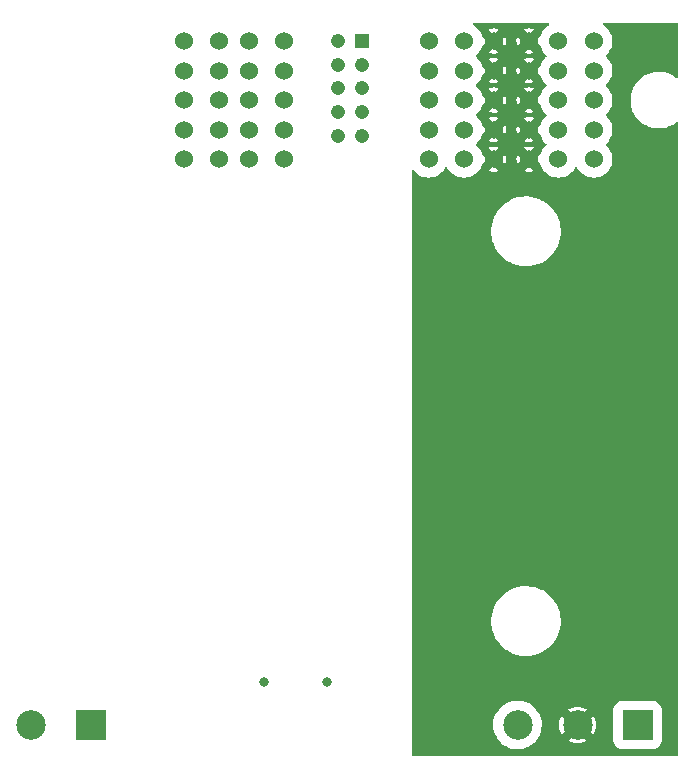
<source format=gbr>
%TF.GenerationSoftware,KiCad,Pcbnew,(6.0.1-0)*%
%TF.CreationDate,2023-01-20T10:08:16-08:00*%
%TF.ProjectId,ESC Daughterboard,45534320-4461-4756-9768-746572626f61,rev?*%
%TF.SameCoordinates,Original*%
%TF.FileFunction,Copper,L3,Inr*%
%TF.FilePolarity,Positive*%
%FSLAX46Y46*%
G04 Gerber Fmt 4.6, Leading zero omitted, Abs format (unit mm)*
G04 Created by KiCad (PCBNEW (6.0.1-0)) date 2023-01-20 10:08:16*
%MOMM*%
%LPD*%
G01*
G04 APERTURE LIST*
%TA.AperFunction,ComponentPad*%
%ADD10R,2.500000X2.500000*%
%TD*%
%TA.AperFunction,ComponentPad*%
%ADD11C,2.500000*%
%TD*%
%TA.AperFunction,ComponentPad*%
%ADD12R,1.208000X1.208000*%
%TD*%
%TA.AperFunction,ComponentPad*%
%ADD13C,1.208000*%
%TD*%
%TA.AperFunction,ComponentPad*%
%ADD14C,1.530000*%
%TD*%
%TA.AperFunction,ViaPad*%
%ADD15C,0.800000*%
%TD*%
G04 APERTURE END LIST*
D10*
%TO.N,/Phase_1*%
%TO.C,Phase 1*%
X167400000Y-119800000D03*
D11*
%TO.N,/Phase_2*%
X162320000Y-119800000D03*
%TO.N,/Phase_3*%
X157240000Y-119800000D03*
%TD*%
D12*
%TO.N,GND*%
%TO.C,J5*%
X144070000Y-61902500D03*
D13*
%TO.N,+5V*%
X142070000Y-61902500D03*
%TO.N,/CAH*%
X144070000Y-63902500D03*
%TO.N,/CAL*%
X142070000Y-63902500D03*
%TO.N,unconnected-(J5-Pad05)*%
X144070000Y-65902500D03*
%TO.N,unconnected-(J5-Pad06)*%
X142070000Y-65902500D03*
%TO.N,unconnected-(J5-Pad07)*%
X144070000Y-67902500D03*
%TO.N,unconnected-(J5-Pad08)*%
X142070000Y-67902500D03*
%TO.N,unconnected-(J5-Pad09)*%
X144070000Y-69902500D03*
%TO.N,unconnected-(J5-Pad10)*%
X142070000Y-69902500D03*
D14*
%TO.N,/Phase_1*%
X163710000Y-71892500D03*
X163710000Y-69392500D03*
X163710000Y-66892500D03*
X163710000Y-64392500D03*
X163710000Y-61892500D03*
X160710000Y-61892500D03*
X160710000Y-64392500D03*
X160710000Y-66892500D03*
X160710000Y-69392500D03*
X160710000Y-71892500D03*
%TO.N,/Phase_2*%
X158210000Y-71892500D03*
X158210000Y-69392500D03*
X158210000Y-66892500D03*
X158210000Y-64392500D03*
X158210000Y-61892500D03*
X155210000Y-61892500D03*
X155210000Y-64392500D03*
X155210000Y-66892500D03*
X155210000Y-69392500D03*
X155210000Y-71892500D03*
%TO.N,/Phase_3*%
X152710000Y-71892500D03*
X152710000Y-69392500D03*
X152710000Y-66892500D03*
X152710000Y-64392500D03*
X152710000Y-61892500D03*
X149710000Y-61892500D03*
X149710000Y-64392500D03*
X149710000Y-66892500D03*
X149710000Y-69392500D03*
X149710000Y-71892500D03*
%TO.N,GND*%
X137500000Y-71892500D03*
X137500000Y-69392500D03*
X137500000Y-66892500D03*
X137500000Y-64392500D03*
X137500000Y-61892500D03*
X134500000Y-61892500D03*
X134500000Y-64392500D03*
X134500000Y-66892500D03*
X134500000Y-69392500D03*
X134500000Y-71892500D03*
%TO.N,/16V*%
X132000000Y-71892500D03*
X132000000Y-69392500D03*
X132000000Y-66892500D03*
X132000000Y-64392500D03*
X132000000Y-61892500D03*
X129000000Y-61892500D03*
X129000000Y-64392500D03*
X129000000Y-66892500D03*
X129000000Y-69392500D03*
X129000000Y-71892500D03*
%TD*%
D10*
%TO.N,/16V*%
%TO.C,J2*%
X121165000Y-119820000D03*
D11*
%TO.N,GND*%
X116085000Y-119820000D03*
%TD*%
D15*
%TO.N,GND*%
X135780000Y-116190000D03*
%TO.N,+5V*%
X141150000Y-116190000D03*
%TD*%
%TA.AperFunction,Conductor*%
%TO.N,/Phase_2*%
G36*
X159905478Y-60388907D02*
G01*
X159941442Y-60438407D01*
X159941442Y-60499593D01*
X159905478Y-60549093D01*
X159899018Y-60553408D01*
X159786977Y-60622067D01*
X159599601Y-60782101D01*
X159597067Y-60785068D01*
X159495467Y-60904027D01*
X159439567Y-60969477D01*
X159310816Y-61179580D01*
X159216517Y-61407238D01*
X159215611Y-61411011D01*
X159215607Y-61411024D01*
X159208997Y-61438557D01*
X159182737Y-61485449D01*
X158786772Y-61881414D01*
X158780718Y-61893297D01*
X158781514Y-61898328D01*
X159182738Y-62299552D01*
X159208999Y-62346445D01*
X159216517Y-62377762D01*
X159310816Y-62605420D01*
X159439567Y-62815523D01*
X159599601Y-63002899D01*
X159602568Y-63005433D01*
X159674911Y-63067220D01*
X159706881Y-63119389D01*
X159702080Y-63180386D01*
X159674911Y-63217780D01*
X159599601Y-63282101D01*
X159597067Y-63285068D01*
X159495467Y-63404027D01*
X159439567Y-63469477D01*
X159310816Y-63679580D01*
X159216517Y-63907238D01*
X159215611Y-63911011D01*
X159215607Y-63911024D01*
X159208997Y-63938557D01*
X159182737Y-63985449D01*
X158786772Y-64381414D01*
X158780718Y-64393297D01*
X158781514Y-64398328D01*
X159182738Y-64799552D01*
X159208999Y-64846445D01*
X159216517Y-64877762D01*
X159310816Y-65105420D01*
X159439567Y-65315523D01*
X159599601Y-65502899D01*
X159602568Y-65505433D01*
X159674911Y-65567220D01*
X159706881Y-65619389D01*
X159702080Y-65680386D01*
X159674911Y-65717780D01*
X159599601Y-65782101D01*
X159597067Y-65785068D01*
X159495467Y-65904027D01*
X159439567Y-65969477D01*
X159310816Y-66179580D01*
X159216517Y-66407238D01*
X159215611Y-66411011D01*
X159215607Y-66411024D01*
X159208997Y-66438557D01*
X159182737Y-66485449D01*
X158786772Y-66881414D01*
X158780718Y-66893297D01*
X158781514Y-66898328D01*
X159182738Y-67299552D01*
X159208999Y-67346445D01*
X159216517Y-67377762D01*
X159310816Y-67605420D01*
X159439567Y-67815523D01*
X159599601Y-68002899D01*
X159602568Y-68005433D01*
X159674911Y-68067220D01*
X159706881Y-68119389D01*
X159702080Y-68180386D01*
X159674911Y-68217780D01*
X159644707Y-68243577D01*
X159599601Y-68282101D01*
X159597067Y-68285068D01*
X159495467Y-68404027D01*
X159439567Y-68469477D01*
X159310816Y-68679580D01*
X159216517Y-68907238D01*
X159215611Y-68911011D01*
X159215607Y-68911024D01*
X159208997Y-68938557D01*
X159182737Y-68985449D01*
X158786772Y-69381414D01*
X158780718Y-69393297D01*
X158781514Y-69398328D01*
X159182738Y-69799552D01*
X159208999Y-69846445D01*
X159216517Y-69877762D01*
X159310816Y-70105420D01*
X159439567Y-70315523D01*
X159599601Y-70502899D01*
X159602568Y-70505433D01*
X159674911Y-70567220D01*
X159706881Y-70619389D01*
X159702080Y-70680386D01*
X159674911Y-70717780D01*
X159599601Y-70782101D01*
X159597067Y-70785068D01*
X159495467Y-70904027D01*
X159439567Y-70969477D01*
X159310816Y-71179580D01*
X159216517Y-71407238D01*
X159215611Y-71411011D01*
X159215607Y-71411024D01*
X159208997Y-71438557D01*
X159182737Y-71485449D01*
X158786772Y-71881414D01*
X158780718Y-71893297D01*
X158781514Y-71898328D01*
X159182738Y-72299552D01*
X159208999Y-72346445D01*
X159216517Y-72377762D01*
X159310816Y-72605420D01*
X159439567Y-72815523D01*
X159599601Y-73002899D01*
X159786977Y-73162933D01*
X159997080Y-73291684D01*
X160224738Y-73385983D01*
X160228512Y-73386889D01*
X160228515Y-73386890D01*
X160460571Y-73442601D01*
X160464345Y-73443507D01*
X160468210Y-73443811D01*
X160468215Y-73443812D01*
X160706125Y-73462536D01*
X160710000Y-73462841D01*
X160713875Y-73462536D01*
X160951785Y-73443812D01*
X160951790Y-73443811D01*
X160955655Y-73443507D01*
X160959429Y-73442601D01*
X161191485Y-73386890D01*
X161191488Y-73386889D01*
X161195262Y-73385983D01*
X161422920Y-73291684D01*
X161633023Y-73162933D01*
X161820399Y-73002899D01*
X161980433Y-72815523D01*
X162109184Y-72605420D01*
X162118536Y-72582843D01*
X162158272Y-72536317D01*
X162217767Y-72522033D01*
X162274295Y-72545448D01*
X162301464Y-72582843D01*
X162310816Y-72605420D01*
X162439567Y-72815523D01*
X162599601Y-73002899D01*
X162786977Y-73162933D01*
X162997080Y-73291684D01*
X163224738Y-73385983D01*
X163228512Y-73386889D01*
X163228515Y-73386890D01*
X163460571Y-73442601D01*
X163464345Y-73443507D01*
X163468210Y-73443811D01*
X163468215Y-73443812D01*
X163706125Y-73462536D01*
X163710000Y-73462841D01*
X163713875Y-73462536D01*
X163951785Y-73443812D01*
X163951790Y-73443811D01*
X163955655Y-73443507D01*
X163959429Y-73442601D01*
X164191485Y-73386890D01*
X164191488Y-73386889D01*
X164195262Y-73385983D01*
X164422920Y-73291684D01*
X164633023Y-73162933D01*
X164820399Y-73002899D01*
X164980433Y-72815523D01*
X165109184Y-72605420D01*
X165203483Y-72377762D01*
X165222260Y-72299552D01*
X165260101Y-72141929D01*
X165260101Y-72141928D01*
X165261007Y-72138155D01*
X165280341Y-71892500D01*
X165278787Y-71872750D01*
X165261312Y-71650715D01*
X165261311Y-71650710D01*
X165261007Y-71646845D01*
X165221847Y-71483729D01*
X165204390Y-71411015D01*
X165204389Y-71411011D01*
X165203483Y-71407238D01*
X165109184Y-71179580D01*
X164980433Y-70969477D01*
X164924534Y-70904027D01*
X164822933Y-70785068D01*
X164820399Y-70782101D01*
X164745089Y-70717780D01*
X164713119Y-70665611D01*
X164717920Y-70604614D01*
X164745089Y-70567220D01*
X164817432Y-70505433D01*
X164820399Y-70502899D01*
X164980433Y-70315523D01*
X165109184Y-70105420D01*
X165203483Y-69877762D01*
X165222260Y-69799552D01*
X165260101Y-69641929D01*
X165260101Y-69641928D01*
X165261007Y-69638155D01*
X165280341Y-69392500D01*
X165271380Y-69278646D01*
X165261312Y-69150715D01*
X165261311Y-69150710D01*
X165261007Y-69146845D01*
X165221847Y-68983729D01*
X165204390Y-68911015D01*
X165204389Y-68911011D01*
X165203483Y-68907238D01*
X165109184Y-68679580D01*
X164980433Y-68469477D01*
X164924534Y-68404027D01*
X164822933Y-68285068D01*
X164820399Y-68282101D01*
X164775293Y-68243577D01*
X164745089Y-68217780D01*
X164713119Y-68165611D01*
X164717920Y-68104614D01*
X164745089Y-68067220D01*
X164817432Y-68005433D01*
X164820399Y-68002899D01*
X164980433Y-67815523D01*
X165109184Y-67605420D01*
X165203483Y-67377762D01*
X165222260Y-67299552D01*
X165260101Y-67141929D01*
X165260101Y-67141928D01*
X165261007Y-67138155D01*
X165263925Y-67101088D01*
X165280036Y-66896375D01*
X165280341Y-66892500D01*
X165272167Y-66788644D01*
X165261312Y-66650715D01*
X165261311Y-66650710D01*
X165261007Y-66646845D01*
X165221847Y-66483729D01*
X165204390Y-66411015D01*
X165204389Y-66411011D01*
X165203483Y-66407238D01*
X165109184Y-66179580D01*
X164980433Y-65969477D01*
X164924534Y-65904027D01*
X164822933Y-65785068D01*
X164820399Y-65782101D01*
X164745089Y-65717780D01*
X164713119Y-65665611D01*
X164717920Y-65604614D01*
X164745089Y-65567220D01*
X164817432Y-65505433D01*
X164820399Y-65502899D01*
X164980433Y-65315523D01*
X165109184Y-65105420D01*
X165203483Y-64877762D01*
X165222260Y-64799552D01*
X165260101Y-64641929D01*
X165260101Y-64641928D01*
X165261007Y-64638155D01*
X165262218Y-64622778D01*
X165280036Y-64396375D01*
X165280341Y-64392500D01*
X165278787Y-64372750D01*
X165261312Y-64150715D01*
X165261311Y-64150710D01*
X165261007Y-64146845D01*
X165221847Y-63983729D01*
X165204390Y-63911015D01*
X165204389Y-63911011D01*
X165203483Y-63907238D01*
X165109184Y-63679580D01*
X164980433Y-63469477D01*
X164924534Y-63404027D01*
X164822933Y-63285068D01*
X164820399Y-63282101D01*
X164745089Y-63217780D01*
X164713119Y-63165611D01*
X164717920Y-63104614D01*
X164745089Y-63067220D01*
X164817432Y-63005433D01*
X164820399Y-63002899D01*
X164980433Y-62815523D01*
X165109184Y-62605420D01*
X165203483Y-62377762D01*
X165222260Y-62299552D01*
X165260101Y-62141929D01*
X165260101Y-62141928D01*
X165261007Y-62138155D01*
X165280341Y-61892500D01*
X165278787Y-61872750D01*
X165261312Y-61650715D01*
X165261311Y-61650710D01*
X165261007Y-61646845D01*
X165221847Y-61483729D01*
X165204390Y-61411015D01*
X165204389Y-61411011D01*
X165203483Y-61407238D01*
X165109184Y-61179580D01*
X164980433Y-60969477D01*
X164924534Y-60904027D01*
X164822933Y-60785068D01*
X164820399Y-60782101D01*
X164633023Y-60622067D01*
X164520986Y-60553411D01*
X164481249Y-60506886D01*
X164476448Y-60445889D01*
X164508417Y-60393720D01*
X164564945Y-60370305D01*
X164572713Y-60370000D01*
X170751000Y-60370000D01*
X170809191Y-60388907D01*
X170845155Y-60438407D01*
X170850000Y-60469000D01*
X170850000Y-64924391D01*
X170831093Y-64982582D01*
X170781593Y-65018546D01*
X170720407Y-65018546D01*
X170690527Y-65002775D01*
X170664354Y-64982582D01*
X170555106Y-64898298D01*
X170513583Y-64873985D01*
X170393949Y-64803937D01*
X170290811Y-64743547D01*
X170008994Y-64623633D01*
X170005965Y-64622779D01*
X170005963Y-64622778D01*
X169717261Y-64541355D01*
X169717257Y-64541354D01*
X169714225Y-64540499D01*
X169411282Y-64495494D01*
X169364387Y-64493529D01*
X169328947Y-64492043D01*
X169328937Y-64492043D01*
X169327916Y-64492000D01*
X169132526Y-64492000D01*
X169130947Y-64492101D01*
X169130938Y-64492101D01*
X168907500Y-64506354D01*
X168907496Y-64506355D01*
X168904353Y-64506555D01*
X168901261Y-64507153D01*
X168901255Y-64507154D01*
X168724487Y-64541355D01*
X168603662Y-64564732D01*
X168600672Y-64565718D01*
X168600668Y-64565719D01*
X168315801Y-64659654D01*
X168315795Y-64659656D01*
X168312800Y-64660644D01*
X168153023Y-64737025D01*
X168039322Y-64791379D01*
X168039318Y-64791381D01*
X168036482Y-64792737D01*
X167779188Y-64958869D01*
X167776775Y-64960904D01*
X167776773Y-64960906D01*
X167547504Y-65154311D01*
X167547499Y-65154316D01*
X167545090Y-65156348D01*
X167337981Y-65381971D01*
X167161220Y-65632082D01*
X167017672Y-65902626D01*
X167016559Y-65905580D01*
X167016556Y-65905586D01*
X166913296Y-66179580D01*
X166909664Y-66189217D01*
X166908935Y-66192288D01*
X166908934Y-66192292D01*
X166851483Y-66434384D01*
X166838947Y-66487209D01*
X166806668Y-66791771D01*
X166813349Y-67097965D01*
X166858883Y-67400830D01*
X166859746Y-67403868D01*
X166859746Y-67403870D01*
X166917912Y-67608739D01*
X166942531Y-67695453D01*
X166943774Y-67698360D01*
X167056432Y-67961845D01*
X167062937Y-67977060D01*
X167218149Y-68241085D01*
X167281429Y-68322812D01*
X167403720Y-68480754D01*
X167403726Y-68480761D01*
X167405651Y-68483247D01*
X167622404Y-68699622D01*
X167624892Y-68701541D01*
X167624896Y-68701545D01*
X167786383Y-68826131D01*
X167864894Y-68886702D01*
X167867605Y-68888290D01*
X167867606Y-68888290D01*
X167906433Y-68911024D01*
X168129189Y-69041453D01*
X168411006Y-69161367D01*
X168414035Y-69162221D01*
X168414037Y-69162222D01*
X168702739Y-69243645D01*
X168702743Y-69243646D01*
X168705775Y-69244501D01*
X169008718Y-69289506D01*
X169055613Y-69291471D01*
X169091053Y-69292957D01*
X169091063Y-69292957D01*
X169092084Y-69293000D01*
X169287474Y-69293000D01*
X169289053Y-69292899D01*
X169289062Y-69292899D01*
X169512500Y-69278646D01*
X169512504Y-69278645D01*
X169515647Y-69278445D01*
X169518739Y-69277847D01*
X169518745Y-69277846D01*
X169813242Y-69220867D01*
X169816338Y-69220268D01*
X169819328Y-69219282D01*
X169819332Y-69219281D01*
X170104199Y-69125346D01*
X170104205Y-69125344D01*
X170107200Y-69124356D01*
X170283948Y-69039862D01*
X170380678Y-68993621D01*
X170380682Y-68993619D01*
X170383518Y-68992263D01*
X170640812Y-68826131D01*
X170687166Y-68787028D01*
X170743836Y-68763960D01*
X170803242Y-68778606D01*
X170842694Y-68825374D01*
X170850000Y-68862700D01*
X170850000Y-122301000D01*
X170831093Y-122359191D01*
X170781593Y-122395155D01*
X170751000Y-122400000D01*
X148389000Y-122400000D01*
X148330809Y-122381093D01*
X148294845Y-122331593D01*
X148290000Y-122301000D01*
X148290000Y-119778477D01*
X155184822Y-119778477D01*
X155185016Y-119781842D01*
X155185016Y-119781846D01*
X155188545Y-119843043D01*
X155200916Y-120057596D01*
X155254741Y-120331948D01*
X155255834Y-120335140D01*
X155335126Y-120566732D01*
X155345303Y-120596457D01*
X155470925Y-120846228D01*
X155629282Y-121076639D01*
X155631552Y-121079133D01*
X155631553Y-121079135D01*
X155729538Y-121186819D01*
X155817444Y-121283427D01*
X156031930Y-121462765D01*
X156268771Y-121611335D01*
X156271839Y-121612720D01*
X156271846Y-121612724D01*
X156437358Y-121687455D01*
X156523583Y-121726387D01*
X156526805Y-121727341D01*
X156526812Y-121727344D01*
X156741263Y-121790867D01*
X156791652Y-121805793D01*
X156794977Y-121806302D01*
X156794978Y-121806302D01*
X157064684Y-121847573D01*
X157064687Y-121847573D01*
X157068018Y-121848083D01*
X157071389Y-121848136D01*
X157071390Y-121848136D01*
X157119571Y-121848893D01*
X157347566Y-121852474D01*
X157350903Y-121852070D01*
X157350907Y-121852070D01*
X157621779Y-121819291D01*
X157621784Y-121819290D01*
X157625123Y-121818886D01*
X157895554Y-121747940D01*
X158061590Y-121679165D01*
X158150746Y-121642236D01*
X158150749Y-121642235D01*
X158153855Y-121640948D01*
X158156760Y-121639251D01*
X158156763Y-121639249D01*
X158392329Y-121501595D01*
X158395245Y-121499891D01*
X158615258Y-121327379D01*
X158794553Y-121142360D01*
X161548892Y-121142360D01*
X161555263Y-121149251D01*
X161610824Y-121183300D01*
X161617730Y-121186819D01*
X161835952Y-121277209D01*
X161843320Y-121279603D01*
X162073004Y-121334745D01*
X162080647Y-121335956D01*
X162316125Y-121354488D01*
X162323875Y-121354488D01*
X162559353Y-121335956D01*
X162566996Y-121334745D01*
X162796680Y-121279603D01*
X162804048Y-121277209D01*
X163022270Y-121186819D01*
X163029176Y-121183300D01*
X163083043Y-121150289D01*
X163091316Y-121140603D01*
X163086732Y-121132417D01*
X162331086Y-120376771D01*
X162319203Y-120370717D01*
X162314172Y-120371513D01*
X161554674Y-121131011D01*
X161548892Y-121142360D01*
X158794553Y-121142360D01*
X158809823Y-121126603D01*
X158846526Y-121076639D01*
X158876843Y-121035366D01*
X158975340Y-120901280D01*
X159006864Y-120843221D01*
X159107136Y-120658541D01*
X159108745Y-120655578D01*
X159146294Y-120556206D01*
X159206380Y-120397194D01*
X159206381Y-120397190D01*
X159207570Y-120394044D01*
X159234450Y-120276680D01*
X159269234Y-120124808D01*
X159269235Y-120124801D01*
X159269987Y-120121518D01*
X159294840Y-119843043D01*
X159295230Y-119805828D01*
X159295251Y-119803875D01*
X160765512Y-119803875D01*
X160784044Y-120039353D01*
X160785255Y-120046996D01*
X160840397Y-120276680D01*
X160842791Y-120284048D01*
X160933181Y-120502270D01*
X160936700Y-120509176D01*
X160969711Y-120563043D01*
X160979397Y-120571316D01*
X160987583Y-120566732D01*
X161743229Y-119811086D01*
X161748471Y-119800797D01*
X162890717Y-119800797D01*
X162891513Y-119805828D01*
X163651011Y-120565326D01*
X163662360Y-120571108D01*
X163669251Y-120564737D01*
X163703300Y-120509176D01*
X163706819Y-120502270D01*
X163797209Y-120284048D01*
X163799603Y-120276680D01*
X163854745Y-120046996D01*
X163855956Y-120039353D01*
X163874488Y-119803875D01*
X163874488Y-119796119D01*
X163855956Y-119560647D01*
X163854745Y-119553004D01*
X163799603Y-119323320D01*
X163797209Y-119315952D01*
X163706819Y-119097730D01*
X163703300Y-119090824D01*
X163670289Y-119036957D01*
X163660603Y-119028684D01*
X163652417Y-119033268D01*
X162896771Y-119788914D01*
X162890717Y-119800797D01*
X161748471Y-119800797D01*
X161749283Y-119799203D01*
X161748487Y-119794172D01*
X160988989Y-119034674D01*
X160977640Y-119028892D01*
X160970749Y-119035263D01*
X160936700Y-119090824D01*
X160933181Y-119097730D01*
X160842791Y-119315952D01*
X160840397Y-119323320D01*
X160785255Y-119553004D01*
X160784044Y-119560647D01*
X160765512Y-119796119D01*
X160765512Y-119803875D01*
X159295251Y-119803875D01*
X159295271Y-119801937D01*
X159295271Y-119801929D01*
X159295291Y-119800000D01*
X159276275Y-119521065D01*
X159219579Y-119247292D01*
X159126253Y-118983746D01*
X159114542Y-118961056D01*
X158999573Y-118738308D01*
X158999570Y-118738302D01*
X158998022Y-118735304D01*
X158837261Y-118506563D01*
X158819512Y-118487462D01*
X158793432Y-118459397D01*
X161548684Y-118459397D01*
X161553268Y-118467583D01*
X162308914Y-119223229D01*
X162320797Y-119229283D01*
X162325828Y-119228487D01*
X163085326Y-118468989D01*
X163088079Y-118463586D01*
X165349500Y-118463586D01*
X165349501Y-119800797D01*
X165349501Y-121137836D01*
X165349774Y-121142589D01*
X165350716Y-121146668D01*
X165350717Y-121146676D01*
X165382289Y-121283427D01*
X165390173Y-121317577D01*
X165468336Y-121479266D01*
X165580380Y-121619620D01*
X165584713Y-121623079D01*
X165714124Y-121726387D01*
X165720734Y-121731664D01*
X165882423Y-121809827D01*
X165887807Y-121811070D01*
X165887810Y-121811071D01*
X165974045Y-121830979D01*
X166057411Y-121850226D01*
X166062163Y-121850500D01*
X166063586Y-121850500D01*
X167404717Y-121850499D01*
X168737836Y-121850499D01*
X168742589Y-121850226D01*
X168746670Y-121849284D01*
X168746676Y-121849283D01*
X168912190Y-121811071D01*
X168912193Y-121811070D01*
X168917577Y-121809827D01*
X169079266Y-121731664D01*
X169085877Y-121726387D01*
X169215287Y-121623079D01*
X169219620Y-121619620D01*
X169331664Y-121479266D01*
X169409827Y-121317577D01*
X169450226Y-121142589D01*
X169450500Y-121137837D01*
X169450500Y-119800000D01*
X169450499Y-118463577D01*
X169450499Y-118462164D01*
X169450226Y-118457411D01*
X169449284Y-118453330D01*
X169449283Y-118453324D01*
X169411071Y-118287810D01*
X169411070Y-118287807D01*
X169409827Y-118282423D01*
X169331664Y-118120734D01*
X169324931Y-118112299D01*
X169223079Y-117984713D01*
X169219620Y-117980380D01*
X169079266Y-117868336D01*
X169062759Y-117860356D01*
X168922554Y-117792579D01*
X168917577Y-117790173D01*
X168912193Y-117788930D01*
X168912190Y-117788929D01*
X168825955Y-117769021D01*
X168742589Y-117749774D01*
X168737837Y-117749500D01*
X168736414Y-117749500D01*
X167395283Y-117749501D01*
X166062164Y-117749501D01*
X166057411Y-117749774D01*
X166053330Y-117750716D01*
X166053324Y-117750717D01*
X165887810Y-117788929D01*
X165887807Y-117788930D01*
X165882423Y-117790173D01*
X165877446Y-117792579D01*
X165737242Y-117860356D01*
X165720734Y-117868336D01*
X165580380Y-117980380D01*
X165576921Y-117984713D01*
X165475070Y-118112299D01*
X165468336Y-118120734D01*
X165390173Y-118282423D01*
X165349774Y-118457411D01*
X165349500Y-118462163D01*
X165349500Y-118463586D01*
X163088079Y-118463586D01*
X163091108Y-118457640D01*
X163084737Y-118450749D01*
X163029176Y-118416700D01*
X163022270Y-118413181D01*
X162804048Y-118322791D01*
X162796680Y-118320397D01*
X162566996Y-118265255D01*
X162559353Y-118264044D01*
X162323875Y-118245512D01*
X162316125Y-118245512D01*
X162080647Y-118264044D01*
X162073004Y-118265255D01*
X161843320Y-118320397D01*
X161835952Y-118322791D01*
X161617730Y-118413181D01*
X161610824Y-118416700D01*
X161556957Y-118449711D01*
X161548684Y-118459397D01*
X158793432Y-118459397D01*
X158649238Y-118304226D01*
X158646944Y-118301757D01*
X158623323Y-118282423D01*
X158433204Y-118126814D01*
X158430591Y-118124675D01*
X158192208Y-117978594D01*
X158188397Y-117976921D01*
X157939288Y-117867569D01*
X157939284Y-117867567D01*
X157936205Y-117866216D01*
X157886917Y-117852176D01*
X157670571Y-117790548D01*
X157670566Y-117790547D01*
X157667319Y-117789622D01*
X157390526Y-117750229D01*
X157387159Y-117750211D01*
X157387154Y-117750211D01*
X157262187Y-117749557D01*
X157110947Y-117748765D01*
X156833757Y-117785257D01*
X156830506Y-117786146D01*
X156830503Y-117786147D01*
X156806992Y-117792579D01*
X156564083Y-117859032D01*
X156306917Y-117968722D01*
X156304018Y-117970457D01*
X156292683Y-117977241D01*
X156067018Y-118112299D01*
X155848823Y-118287106D01*
X155846499Y-118289555D01*
X155677557Y-118467583D01*
X155656371Y-118489908D01*
X155654406Y-118492643D01*
X155654404Y-118492645D01*
X155642421Y-118509322D01*
X155493223Y-118716952D01*
X155362398Y-118964038D01*
X155266317Y-119226592D01*
X155206757Y-119499757D01*
X155184822Y-119778477D01*
X148290000Y-119778477D01*
X148290000Y-111123763D01*
X155007092Y-111123763D01*
X155007376Y-111126608D01*
X155016060Y-111213605D01*
X155040887Y-111462342D01*
X155113373Y-111794793D01*
X155223589Y-112116708D01*
X155370076Y-112423823D01*
X155371590Y-112426236D01*
X155371593Y-112426242D01*
X155497656Y-112627204D01*
X155550890Y-112712066D01*
X155763635Y-112977616D01*
X155765665Y-112979624D01*
X155765666Y-112979626D01*
X156003461Y-113214943D01*
X156003469Y-113214950D01*
X156005493Y-113216953D01*
X156079925Y-113275315D01*
X156271017Y-113425151D01*
X156271024Y-113425156D01*
X156273256Y-113426906D01*
X156275685Y-113428394D01*
X156275690Y-113428398D01*
X156357761Y-113478691D01*
X156563376Y-113604692D01*
X156565963Y-113605893D01*
X156565967Y-113605895D01*
X156869411Y-113746749D01*
X156869418Y-113746752D01*
X156872008Y-113747954D01*
X157195060Y-113854794D01*
X157528252Y-113923794D01*
X157531090Y-113924047D01*
X157531095Y-113924048D01*
X157816894Y-113949555D01*
X157827480Y-113950500D01*
X158046715Y-113950500D01*
X158299697Y-113935913D01*
X158302505Y-113935423D01*
X158632092Y-113877901D01*
X158632100Y-113877899D01*
X158634891Y-113877412D01*
X158961140Y-113780773D01*
X159274119Y-113647276D01*
X159276584Y-113645870D01*
X159276590Y-113645867D01*
X159567209Y-113480101D01*
X159569681Y-113478691D01*
X159571970Y-113477009D01*
X159571977Y-113477005D01*
X159841609Y-113278940D01*
X159841608Y-113278940D01*
X159843907Y-113277252D01*
X160093162Y-113045629D01*
X160314144Y-112786893D01*
X160503923Y-112504472D01*
X160659984Y-112202110D01*
X160780257Y-111883815D01*
X160863150Y-111553805D01*
X160907563Y-111216455D01*
X160912908Y-110876237D01*
X160906508Y-110812118D01*
X160879396Y-110540492D01*
X160879396Y-110540490D01*
X160879113Y-110537658D01*
X160806627Y-110205207D01*
X160696411Y-109883292D01*
X160549924Y-109576177D01*
X160497849Y-109493161D01*
X160370626Y-109290351D01*
X160369110Y-109287934D01*
X160156365Y-109022384D01*
X160154334Y-109020374D01*
X159916539Y-108785057D01*
X159916531Y-108785050D01*
X159914507Y-108783047D01*
X159789960Y-108685390D01*
X159648983Y-108574849D01*
X159648976Y-108574844D01*
X159646744Y-108573094D01*
X159644315Y-108571606D01*
X159644310Y-108571602D01*
X159359059Y-108396800D01*
X159359057Y-108396799D01*
X159356624Y-108395308D01*
X159354037Y-108394107D01*
X159354033Y-108394105D01*
X159050589Y-108253251D01*
X159050582Y-108253248D01*
X159047992Y-108252046D01*
X158724940Y-108145206D01*
X158391748Y-108076206D01*
X158388910Y-108075953D01*
X158388905Y-108075952D01*
X158094716Y-108049696D01*
X158092520Y-108049500D01*
X157873285Y-108049500D01*
X157620303Y-108064087D01*
X157617496Y-108064577D01*
X157617495Y-108064577D01*
X157287908Y-108122099D01*
X157287900Y-108122101D01*
X157285109Y-108122588D01*
X156958860Y-108219227D01*
X156645881Y-108352724D01*
X156643416Y-108354130D01*
X156643410Y-108354133D01*
X156568607Y-108396800D01*
X156350319Y-108521309D01*
X156348030Y-108522991D01*
X156348023Y-108522995D01*
X156281853Y-108571602D01*
X156076093Y-108722748D01*
X155826838Y-108954371D01*
X155605856Y-109213107D01*
X155416077Y-109495528D01*
X155260016Y-109797890D01*
X155139743Y-110116185D01*
X155056850Y-110446195D01*
X155012437Y-110783545D01*
X155007092Y-111123763D01*
X148290000Y-111123763D01*
X148290000Y-78123763D01*
X155007092Y-78123763D01*
X155007376Y-78126608D01*
X155016060Y-78213605D01*
X155040887Y-78462342D01*
X155113373Y-78794793D01*
X155223589Y-79116708D01*
X155370076Y-79423823D01*
X155371590Y-79426236D01*
X155371593Y-79426242D01*
X155497656Y-79627204D01*
X155550890Y-79712066D01*
X155763635Y-79977616D01*
X155765665Y-79979624D01*
X155765666Y-79979626D01*
X156003461Y-80214943D01*
X156003469Y-80214950D01*
X156005493Y-80216953D01*
X156079925Y-80275315D01*
X156271017Y-80425151D01*
X156271024Y-80425156D01*
X156273256Y-80426906D01*
X156275685Y-80428394D01*
X156275690Y-80428398D01*
X156357761Y-80478691D01*
X156563376Y-80604692D01*
X156565963Y-80605893D01*
X156565967Y-80605895D01*
X156869411Y-80746749D01*
X156869418Y-80746752D01*
X156872008Y-80747954D01*
X157195060Y-80854794D01*
X157528252Y-80923794D01*
X157531090Y-80924047D01*
X157531095Y-80924048D01*
X157816894Y-80949555D01*
X157827480Y-80950500D01*
X158046715Y-80950500D01*
X158299697Y-80935913D01*
X158302505Y-80935423D01*
X158632092Y-80877901D01*
X158632100Y-80877899D01*
X158634891Y-80877412D01*
X158961140Y-80780773D01*
X159274119Y-80647276D01*
X159276584Y-80645870D01*
X159276590Y-80645867D01*
X159567209Y-80480101D01*
X159569681Y-80478691D01*
X159571970Y-80477009D01*
X159571977Y-80477005D01*
X159841609Y-80278940D01*
X159841608Y-80278940D01*
X159843907Y-80277252D01*
X160093162Y-80045629D01*
X160314144Y-79786893D01*
X160503923Y-79504472D01*
X160659984Y-79202110D01*
X160780257Y-78883815D01*
X160863150Y-78553805D01*
X160907563Y-78216455D01*
X160912908Y-77876237D01*
X160906508Y-77812118D01*
X160879396Y-77540492D01*
X160879396Y-77540490D01*
X160879113Y-77537658D01*
X160806627Y-77205207D01*
X160696411Y-76883292D01*
X160549924Y-76576177D01*
X160497849Y-76493161D01*
X160370626Y-76290351D01*
X160369110Y-76287934D01*
X160156365Y-76022384D01*
X160154334Y-76020374D01*
X159916539Y-75785057D01*
X159916531Y-75785050D01*
X159914507Y-75783047D01*
X159789960Y-75685390D01*
X159648983Y-75574849D01*
X159648976Y-75574844D01*
X159646744Y-75573094D01*
X159644315Y-75571606D01*
X159644310Y-75571602D01*
X159359059Y-75396800D01*
X159359057Y-75396799D01*
X159356624Y-75395308D01*
X159354037Y-75394107D01*
X159354033Y-75394105D01*
X159050589Y-75253251D01*
X159050582Y-75253248D01*
X159047992Y-75252046D01*
X158724940Y-75145206D01*
X158391748Y-75076206D01*
X158388910Y-75075953D01*
X158388905Y-75075952D01*
X158094716Y-75049696D01*
X158092520Y-75049500D01*
X157873285Y-75049500D01*
X157620303Y-75064087D01*
X157617496Y-75064577D01*
X157617495Y-75064577D01*
X157287908Y-75122099D01*
X157287900Y-75122101D01*
X157285109Y-75122588D01*
X156958860Y-75219227D01*
X156645881Y-75352724D01*
X156643416Y-75354130D01*
X156643410Y-75354133D01*
X156568607Y-75396800D01*
X156350319Y-75521309D01*
X156348030Y-75522991D01*
X156348023Y-75522995D01*
X156281853Y-75571602D01*
X156076093Y-75722748D01*
X155826838Y-75954371D01*
X155605856Y-76213107D01*
X155416077Y-76495528D01*
X155260016Y-76797890D01*
X155139743Y-77116185D01*
X155056850Y-77446195D01*
X155012437Y-77783545D01*
X155007092Y-78123763D01*
X148290000Y-78123763D01*
X148290000Y-72908753D01*
X148308907Y-72850562D01*
X148358407Y-72814598D01*
X148419593Y-72814598D01*
X148464280Y-72844458D01*
X148599601Y-73002899D01*
X148786977Y-73162933D01*
X148997080Y-73291684D01*
X149224738Y-73385983D01*
X149228512Y-73386889D01*
X149228515Y-73386890D01*
X149460571Y-73442601D01*
X149464345Y-73443507D01*
X149468210Y-73443811D01*
X149468215Y-73443812D01*
X149706125Y-73462536D01*
X149710000Y-73462841D01*
X149713875Y-73462536D01*
X149951785Y-73443812D01*
X149951790Y-73443811D01*
X149955655Y-73443507D01*
X149959429Y-73442601D01*
X150191485Y-73386890D01*
X150191488Y-73386889D01*
X150195262Y-73385983D01*
X150422920Y-73291684D01*
X150633023Y-73162933D01*
X150820399Y-73002899D01*
X150980433Y-72815523D01*
X151109184Y-72605420D01*
X151118536Y-72582843D01*
X151158272Y-72536317D01*
X151217767Y-72522033D01*
X151274295Y-72545448D01*
X151301464Y-72582843D01*
X151310816Y-72605420D01*
X151439567Y-72815523D01*
X151599601Y-73002899D01*
X151786977Y-73162933D01*
X151997080Y-73291684D01*
X152224738Y-73385983D01*
X152228512Y-73386889D01*
X152228515Y-73386890D01*
X152460571Y-73442601D01*
X152464345Y-73443507D01*
X152468210Y-73443811D01*
X152468215Y-73443812D01*
X152706125Y-73462536D01*
X152710000Y-73462841D01*
X152713875Y-73462536D01*
X152951785Y-73443812D01*
X152951790Y-73443811D01*
X152955655Y-73443507D01*
X152959429Y-73442601D01*
X153191485Y-73386890D01*
X153191488Y-73386889D01*
X153195262Y-73385983D01*
X153422920Y-73291684D01*
X153633023Y-73162933D01*
X153820399Y-73002899D01*
X153929196Y-72875514D01*
X154797649Y-72875514D01*
X154801885Y-72879750D01*
X154975589Y-72936191D01*
X154985010Y-72938262D01*
X155182786Y-72961845D01*
X155192413Y-72962047D01*
X155391002Y-72946766D01*
X155400493Y-72945093D01*
X155592332Y-72891531D01*
X155601312Y-72888048D01*
X155612928Y-72882180D01*
X155619641Y-72875514D01*
X157797649Y-72875514D01*
X157801885Y-72879750D01*
X157975589Y-72936191D01*
X157985010Y-72938262D01*
X158182786Y-72961845D01*
X158192413Y-72962047D01*
X158391002Y-72946766D01*
X158400493Y-72945093D01*
X158592332Y-72891531D01*
X158601312Y-72888048D01*
X158612928Y-72882180D01*
X158620968Y-72874196D01*
X158615775Y-72863961D01*
X158221086Y-72469272D01*
X158209203Y-72463218D01*
X158204172Y-72464014D01*
X157802820Y-72865366D01*
X157797649Y-72875514D01*
X155619641Y-72875514D01*
X155620968Y-72874196D01*
X155615775Y-72863961D01*
X155221086Y-72469272D01*
X155209203Y-72463218D01*
X155204172Y-72464014D01*
X154802820Y-72865366D01*
X154797649Y-72875514D01*
X153929196Y-72875514D01*
X153980433Y-72815523D01*
X154109184Y-72605420D01*
X154203483Y-72377762D01*
X154204390Y-72373985D01*
X154204393Y-72373976D01*
X154211003Y-72346443D01*
X154237263Y-72299551D01*
X154633228Y-71903586D01*
X154638470Y-71893297D01*
X155780718Y-71893297D01*
X155781514Y-71898328D01*
X156182369Y-72299183D01*
X156192517Y-72304354D01*
X156196871Y-72300000D01*
X156252032Y-72134182D01*
X156254166Y-72124788D01*
X156279388Y-71925132D01*
X156279775Y-71919606D01*
X156280114Y-71895259D01*
X156279884Y-71889761D01*
X156279160Y-71882378D01*
X157140356Y-71882378D01*
X157157023Y-72080864D01*
X157158761Y-72090332D01*
X157213661Y-72281792D01*
X157217212Y-72290760D01*
X157219836Y-72295866D01*
X157227963Y-72303937D01*
X157238027Y-72298787D01*
X157633228Y-71903586D01*
X157639282Y-71891703D01*
X157638486Y-71886672D01*
X157236592Y-71484778D01*
X157226444Y-71479607D01*
X157222322Y-71483729D01*
X157164696Y-71665388D01*
X157162692Y-71674816D01*
X157140490Y-71872750D01*
X157140356Y-71882378D01*
X156279160Y-71882378D01*
X156260244Y-71689450D01*
X156258375Y-71680012D01*
X156200804Y-71489328D01*
X156199708Y-71486668D01*
X156192825Y-71480021D01*
X156183107Y-71485079D01*
X155786772Y-71881414D01*
X155780718Y-71893297D01*
X154638470Y-71893297D01*
X154639282Y-71891703D01*
X154638486Y-71886672D01*
X154237263Y-71485449D01*
X154211002Y-71438556D01*
X154204389Y-71411011D01*
X154204388Y-71411009D01*
X154203483Y-71407238D01*
X154109184Y-71179580D01*
X153980433Y-70969477D01*
X153929710Y-70910087D01*
X154798059Y-70910087D01*
X154803165Y-70919979D01*
X155198914Y-71315728D01*
X155210797Y-71321782D01*
X155215828Y-71320986D01*
X155617605Y-70919209D01*
X155622253Y-70910087D01*
X157798059Y-70910087D01*
X157803165Y-70919979D01*
X158198914Y-71315728D01*
X158210797Y-71321782D01*
X158215828Y-71320986D01*
X158617605Y-70919209D01*
X158622973Y-70908673D01*
X158618439Y-70904027D01*
X158429806Y-70845636D01*
X158420372Y-70843699D01*
X158222287Y-70822879D01*
X158212649Y-70822812D01*
X158014292Y-70840863D01*
X158004829Y-70842669D01*
X157813757Y-70898904D01*
X157805903Y-70902078D01*
X157798059Y-70910087D01*
X155622253Y-70910087D01*
X155622973Y-70908673D01*
X155618439Y-70904027D01*
X155429806Y-70845636D01*
X155420372Y-70843699D01*
X155222287Y-70822879D01*
X155212649Y-70822812D01*
X155014292Y-70840863D01*
X155004829Y-70842669D01*
X154813757Y-70898904D01*
X154805903Y-70902078D01*
X154798059Y-70910087D01*
X153929710Y-70910087D01*
X153924534Y-70904027D01*
X153822933Y-70785068D01*
X153820399Y-70782101D01*
X153745089Y-70717780D01*
X153713119Y-70665611D01*
X153717920Y-70604614D01*
X153745089Y-70567220D01*
X153817432Y-70505433D01*
X153820399Y-70502899D01*
X153929196Y-70375514D01*
X154797649Y-70375514D01*
X154801885Y-70379750D01*
X154975589Y-70436191D01*
X154985010Y-70438262D01*
X155182786Y-70461845D01*
X155192413Y-70462047D01*
X155391002Y-70446766D01*
X155400493Y-70445093D01*
X155592332Y-70391531D01*
X155601312Y-70388048D01*
X155612928Y-70382180D01*
X155619641Y-70375514D01*
X157797649Y-70375514D01*
X157801885Y-70379750D01*
X157975589Y-70436191D01*
X157985010Y-70438262D01*
X158182786Y-70461845D01*
X158192413Y-70462047D01*
X158391002Y-70446766D01*
X158400493Y-70445093D01*
X158592332Y-70391531D01*
X158601312Y-70388048D01*
X158612928Y-70382180D01*
X158620968Y-70374196D01*
X158615775Y-70363961D01*
X158221086Y-69969272D01*
X158209203Y-69963218D01*
X158204172Y-69964014D01*
X157802820Y-70365366D01*
X157797649Y-70375514D01*
X155619641Y-70375514D01*
X155620968Y-70374196D01*
X155615775Y-70363961D01*
X155221086Y-69969272D01*
X155209203Y-69963218D01*
X155204172Y-69964014D01*
X154802820Y-70365366D01*
X154797649Y-70375514D01*
X153929196Y-70375514D01*
X153980433Y-70315523D01*
X154109184Y-70105420D01*
X154203483Y-69877762D01*
X154204390Y-69873985D01*
X154204393Y-69873976D01*
X154211003Y-69846443D01*
X154237263Y-69799551D01*
X154633228Y-69403586D01*
X154638470Y-69393297D01*
X155780718Y-69393297D01*
X155781514Y-69398328D01*
X156182369Y-69799183D01*
X156192517Y-69804354D01*
X156196871Y-69800000D01*
X156252032Y-69634182D01*
X156254166Y-69624788D01*
X156279388Y-69425132D01*
X156279775Y-69419606D01*
X156280114Y-69395259D01*
X156279884Y-69389761D01*
X156279160Y-69382378D01*
X157140356Y-69382378D01*
X157157023Y-69580864D01*
X157158761Y-69590332D01*
X157213661Y-69781792D01*
X157217212Y-69790760D01*
X157219836Y-69795866D01*
X157227963Y-69803937D01*
X157238027Y-69798787D01*
X157633228Y-69403586D01*
X157639282Y-69391703D01*
X157638486Y-69386672D01*
X157236592Y-68984778D01*
X157226444Y-68979607D01*
X157222322Y-68983729D01*
X157164696Y-69165388D01*
X157162692Y-69174816D01*
X157140490Y-69372750D01*
X157140356Y-69382378D01*
X156279160Y-69382378D01*
X156260244Y-69189450D01*
X156258375Y-69180012D01*
X156200804Y-68989328D01*
X156199708Y-68986668D01*
X156192825Y-68980021D01*
X156183107Y-68985079D01*
X155786772Y-69381414D01*
X155780718Y-69393297D01*
X154638470Y-69393297D01*
X154639282Y-69391703D01*
X154638486Y-69386672D01*
X154237263Y-68985449D01*
X154211002Y-68938556D01*
X154204389Y-68911011D01*
X154204388Y-68911009D01*
X154203483Y-68907238D01*
X154195635Y-68888290D01*
X154134025Y-68739552D01*
X154109184Y-68679580D01*
X153980433Y-68469477D01*
X153929710Y-68410087D01*
X154798059Y-68410087D01*
X154803165Y-68419979D01*
X155198914Y-68815728D01*
X155210797Y-68821782D01*
X155215828Y-68820986D01*
X155617605Y-68419209D01*
X155622253Y-68410087D01*
X157798059Y-68410087D01*
X157803165Y-68419979D01*
X158198914Y-68815728D01*
X158210797Y-68821782D01*
X158215828Y-68820986D01*
X158617605Y-68419209D01*
X158622973Y-68408673D01*
X158618439Y-68404027D01*
X158429806Y-68345636D01*
X158420372Y-68343699D01*
X158222287Y-68322879D01*
X158212649Y-68322812D01*
X158014292Y-68340863D01*
X158004829Y-68342669D01*
X157813757Y-68398904D01*
X157805903Y-68402078D01*
X157798059Y-68410087D01*
X155622253Y-68410087D01*
X155622973Y-68408673D01*
X155618439Y-68404027D01*
X155429806Y-68345636D01*
X155420372Y-68343699D01*
X155222287Y-68322879D01*
X155212649Y-68322812D01*
X155014292Y-68340863D01*
X155004829Y-68342669D01*
X154813757Y-68398904D01*
X154805903Y-68402078D01*
X154798059Y-68410087D01*
X153929710Y-68410087D01*
X153924534Y-68404027D01*
X153822933Y-68285068D01*
X153820399Y-68282101D01*
X153775293Y-68243577D01*
X153745089Y-68217780D01*
X153713119Y-68165611D01*
X153717920Y-68104614D01*
X153745089Y-68067220D01*
X153817432Y-68005433D01*
X153820399Y-68002899D01*
X153929196Y-67875514D01*
X154797649Y-67875514D01*
X154801885Y-67879750D01*
X154975589Y-67936191D01*
X154985010Y-67938262D01*
X155182786Y-67961845D01*
X155192413Y-67962047D01*
X155391002Y-67946766D01*
X155400493Y-67945093D01*
X155592332Y-67891531D01*
X155601312Y-67888048D01*
X155612928Y-67882180D01*
X155619641Y-67875514D01*
X157797649Y-67875514D01*
X157801885Y-67879750D01*
X157975589Y-67936191D01*
X157985010Y-67938262D01*
X158182786Y-67961845D01*
X158192413Y-67962047D01*
X158391002Y-67946766D01*
X158400493Y-67945093D01*
X158592332Y-67891531D01*
X158601312Y-67888048D01*
X158612928Y-67882180D01*
X158620968Y-67874196D01*
X158615775Y-67863961D01*
X158221086Y-67469272D01*
X158209203Y-67463218D01*
X158204172Y-67464014D01*
X157802820Y-67865366D01*
X157797649Y-67875514D01*
X155619641Y-67875514D01*
X155620968Y-67874196D01*
X155615775Y-67863961D01*
X155221086Y-67469272D01*
X155209203Y-67463218D01*
X155204172Y-67464014D01*
X154802820Y-67865366D01*
X154797649Y-67875514D01*
X153929196Y-67875514D01*
X153980433Y-67815523D01*
X154109184Y-67605420D01*
X154203483Y-67377762D01*
X154204390Y-67373985D01*
X154204393Y-67373976D01*
X154211003Y-67346443D01*
X154237263Y-67299551D01*
X154633228Y-66903586D01*
X154638470Y-66893297D01*
X155780718Y-66893297D01*
X155781514Y-66898328D01*
X156182369Y-67299183D01*
X156192517Y-67304354D01*
X156196871Y-67300000D01*
X156252032Y-67134182D01*
X156254166Y-67124788D01*
X156279388Y-66925132D01*
X156279775Y-66919606D01*
X156280114Y-66895259D01*
X156279884Y-66889761D01*
X156279160Y-66882378D01*
X157140356Y-66882378D01*
X157157023Y-67080864D01*
X157158761Y-67090332D01*
X157213661Y-67281792D01*
X157217212Y-67290760D01*
X157219836Y-67295866D01*
X157227963Y-67303937D01*
X157238027Y-67298787D01*
X157633228Y-66903586D01*
X157639282Y-66891703D01*
X157638486Y-66886672D01*
X157236592Y-66484778D01*
X157226444Y-66479607D01*
X157222322Y-66483729D01*
X157164696Y-66665388D01*
X157162692Y-66674816D01*
X157140490Y-66872750D01*
X157140356Y-66882378D01*
X156279160Y-66882378D01*
X156260244Y-66689450D01*
X156258375Y-66680012D01*
X156200804Y-66489328D01*
X156199708Y-66486668D01*
X156192825Y-66480021D01*
X156183107Y-66485079D01*
X155786772Y-66881414D01*
X155780718Y-66893297D01*
X154638470Y-66893297D01*
X154639282Y-66891703D01*
X154638486Y-66886672D01*
X154237263Y-66485449D01*
X154211002Y-66438556D01*
X154204389Y-66411011D01*
X154204388Y-66411009D01*
X154203483Y-66407238D01*
X154109184Y-66179580D01*
X153980433Y-65969477D01*
X153929710Y-65910087D01*
X154798059Y-65910087D01*
X154803165Y-65919979D01*
X155198914Y-66315728D01*
X155210797Y-66321782D01*
X155215828Y-66320986D01*
X155617605Y-65919209D01*
X155622253Y-65910087D01*
X157798059Y-65910087D01*
X157803165Y-65919979D01*
X158198914Y-66315728D01*
X158210797Y-66321782D01*
X158215828Y-66320986D01*
X158617605Y-65919209D01*
X158622973Y-65908673D01*
X158618439Y-65904027D01*
X158429806Y-65845636D01*
X158420372Y-65843699D01*
X158222287Y-65822879D01*
X158212649Y-65822812D01*
X158014292Y-65840863D01*
X158004829Y-65842669D01*
X157813757Y-65898904D01*
X157805903Y-65902078D01*
X157798059Y-65910087D01*
X155622253Y-65910087D01*
X155622973Y-65908673D01*
X155618439Y-65904027D01*
X155429806Y-65845636D01*
X155420372Y-65843699D01*
X155222287Y-65822879D01*
X155212649Y-65822812D01*
X155014292Y-65840863D01*
X155004829Y-65842669D01*
X154813757Y-65898904D01*
X154805903Y-65902078D01*
X154798059Y-65910087D01*
X153929710Y-65910087D01*
X153924534Y-65904027D01*
X153822933Y-65785068D01*
X153820399Y-65782101D01*
X153745089Y-65717780D01*
X153713119Y-65665611D01*
X153717920Y-65604614D01*
X153745089Y-65567220D01*
X153817432Y-65505433D01*
X153820399Y-65502899D01*
X153929196Y-65375514D01*
X154797649Y-65375514D01*
X154801885Y-65379750D01*
X154975589Y-65436191D01*
X154985010Y-65438262D01*
X155182786Y-65461845D01*
X155192413Y-65462047D01*
X155391002Y-65446766D01*
X155400493Y-65445093D01*
X155592332Y-65391531D01*
X155601312Y-65388048D01*
X155612928Y-65382180D01*
X155619641Y-65375514D01*
X157797649Y-65375514D01*
X157801885Y-65379750D01*
X157975589Y-65436191D01*
X157985010Y-65438262D01*
X158182786Y-65461845D01*
X158192413Y-65462047D01*
X158391002Y-65446766D01*
X158400493Y-65445093D01*
X158592332Y-65391531D01*
X158601312Y-65388048D01*
X158612928Y-65382180D01*
X158620968Y-65374196D01*
X158615775Y-65363961D01*
X158221086Y-64969272D01*
X158209203Y-64963218D01*
X158204172Y-64964014D01*
X157802820Y-65365366D01*
X157797649Y-65375514D01*
X155619641Y-65375514D01*
X155620968Y-65374196D01*
X155615775Y-65363961D01*
X155221086Y-64969272D01*
X155209203Y-64963218D01*
X155204172Y-64964014D01*
X154802820Y-65365366D01*
X154797649Y-65375514D01*
X153929196Y-65375514D01*
X153980433Y-65315523D01*
X154109184Y-65105420D01*
X154203483Y-64877762D01*
X154204390Y-64873985D01*
X154204393Y-64873976D01*
X154211003Y-64846443D01*
X154237263Y-64799551D01*
X154633228Y-64403586D01*
X154638470Y-64393297D01*
X155780718Y-64393297D01*
X155781514Y-64398328D01*
X156182369Y-64799183D01*
X156192517Y-64804354D01*
X156196871Y-64800000D01*
X156252032Y-64634182D01*
X156254166Y-64624788D01*
X156279388Y-64425132D01*
X156279775Y-64419606D01*
X156280114Y-64395259D01*
X156279884Y-64389761D01*
X156279160Y-64382378D01*
X157140356Y-64382378D01*
X157157023Y-64580864D01*
X157158761Y-64590332D01*
X157213661Y-64781792D01*
X157217212Y-64790760D01*
X157219836Y-64795866D01*
X157227963Y-64803937D01*
X157238027Y-64798787D01*
X157633228Y-64403586D01*
X157639282Y-64391703D01*
X157638486Y-64386672D01*
X157236592Y-63984778D01*
X157226444Y-63979607D01*
X157222322Y-63983729D01*
X157164696Y-64165388D01*
X157162692Y-64174816D01*
X157140490Y-64372750D01*
X157140356Y-64382378D01*
X156279160Y-64382378D01*
X156260244Y-64189450D01*
X156258375Y-64180012D01*
X156200804Y-63989328D01*
X156199708Y-63986668D01*
X156192825Y-63980021D01*
X156183107Y-63985079D01*
X155786772Y-64381414D01*
X155780718Y-64393297D01*
X154638470Y-64393297D01*
X154639282Y-64391703D01*
X154638486Y-64386672D01*
X154237263Y-63985449D01*
X154211002Y-63938556D01*
X154204389Y-63911011D01*
X154204388Y-63911009D01*
X154203483Y-63907238D01*
X154109184Y-63679580D01*
X153980433Y-63469477D01*
X153929710Y-63410087D01*
X154798059Y-63410087D01*
X154803165Y-63419979D01*
X155198914Y-63815728D01*
X155210797Y-63821782D01*
X155215828Y-63820986D01*
X155617605Y-63419209D01*
X155622253Y-63410087D01*
X157798059Y-63410087D01*
X157803165Y-63419979D01*
X158198914Y-63815728D01*
X158210797Y-63821782D01*
X158215828Y-63820986D01*
X158617605Y-63419209D01*
X158622973Y-63408673D01*
X158618439Y-63404027D01*
X158429806Y-63345636D01*
X158420372Y-63343699D01*
X158222287Y-63322879D01*
X158212649Y-63322812D01*
X158014292Y-63340863D01*
X158004829Y-63342669D01*
X157813757Y-63398904D01*
X157805903Y-63402078D01*
X157798059Y-63410087D01*
X155622253Y-63410087D01*
X155622973Y-63408673D01*
X155618439Y-63404027D01*
X155429806Y-63345636D01*
X155420372Y-63343699D01*
X155222287Y-63322879D01*
X155212649Y-63322812D01*
X155014292Y-63340863D01*
X155004829Y-63342669D01*
X154813757Y-63398904D01*
X154805903Y-63402078D01*
X154798059Y-63410087D01*
X153929710Y-63410087D01*
X153924534Y-63404027D01*
X153822933Y-63285068D01*
X153820399Y-63282101D01*
X153745089Y-63217780D01*
X153713119Y-63165611D01*
X153717920Y-63104614D01*
X153745089Y-63067220D01*
X153817432Y-63005433D01*
X153820399Y-63002899D01*
X153929196Y-62875514D01*
X154797649Y-62875514D01*
X154801885Y-62879750D01*
X154975589Y-62936191D01*
X154985010Y-62938262D01*
X155182786Y-62961845D01*
X155192413Y-62962047D01*
X155391002Y-62946766D01*
X155400493Y-62945093D01*
X155592332Y-62891531D01*
X155601312Y-62888048D01*
X155612928Y-62882180D01*
X155619641Y-62875514D01*
X157797649Y-62875514D01*
X157801885Y-62879750D01*
X157975589Y-62936191D01*
X157985010Y-62938262D01*
X158182786Y-62961845D01*
X158192413Y-62962047D01*
X158391002Y-62946766D01*
X158400493Y-62945093D01*
X158592332Y-62891531D01*
X158601312Y-62888048D01*
X158612928Y-62882180D01*
X158620968Y-62874196D01*
X158615775Y-62863961D01*
X158221086Y-62469272D01*
X158209203Y-62463218D01*
X158204172Y-62464014D01*
X157802820Y-62865366D01*
X157797649Y-62875514D01*
X155619641Y-62875514D01*
X155620968Y-62874196D01*
X155615775Y-62863961D01*
X155221086Y-62469272D01*
X155209203Y-62463218D01*
X155204172Y-62464014D01*
X154802820Y-62865366D01*
X154797649Y-62875514D01*
X153929196Y-62875514D01*
X153980433Y-62815523D01*
X154109184Y-62605420D01*
X154203483Y-62377762D01*
X154204390Y-62373985D01*
X154204393Y-62373976D01*
X154211003Y-62346443D01*
X154237263Y-62299551D01*
X154633228Y-61903586D01*
X154638470Y-61893297D01*
X155780718Y-61893297D01*
X155781514Y-61898328D01*
X156182369Y-62299183D01*
X156192517Y-62304354D01*
X156196871Y-62300000D01*
X156252032Y-62134182D01*
X156254166Y-62124788D01*
X156279388Y-61925132D01*
X156279775Y-61919606D01*
X156280114Y-61895259D01*
X156279884Y-61889761D01*
X156279160Y-61882378D01*
X157140356Y-61882378D01*
X157157023Y-62080864D01*
X157158761Y-62090332D01*
X157213661Y-62281792D01*
X157217212Y-62290760D01*
X157219836Y-62295866D01*
X157227963Y-62303937D01*
X157238027Y-62298787D01*
X157633228Y-61903586D01*
X157639282Y-61891703D01*
X157638486Y-61886672D01*
X157236592Y-61484778D01*
X157226444Y-61479607D01*
X157222322Y-61483729D01*
X157164696Y-61665388D01*
X157162692Y-61674816D01*
X157140490Y-61872750D01*
X157140356Y-61882378D01*
X156279160Y-61882378D01*
X156260244Y-61689450D01*
X156258375Y-61680012D01*
X156200804Y-61489328D01*
X156199708Y-61486668D01*
X156192825Y-61480021D01*
X156183107Y-61485079D01*
X155786772Y-61881414D01*
X155780718Y-61893297D01*
X154638470Y-61893297D01*
X154639282Y-61891703D01*
X154638486Y-61886672D01*
X154237263Y-61485449D01*
X154211002Y-61438556D01*
X154204389Y-61411011D01*
X154204388Y-61411009D01*
X154203483Y-61407238D01*
X154109184Y-61179580D01*
X153980433Y-60969477D01*
X153929710Y-60910087D01*
X154798059Y-60910087D01*
X154803165Y-60919979D01*
X155198914Y-61315728D01*
X155210797Y-61321782D01*
X155215828Y-61320986D01*
X155617605Y-60919209D01*
X155622253Y-60910087D01*
X157798059Y-60910087D01*
X157803165Y-60919979D01*
X158198914Y-61315728D01*
X158210797Y-61321782D01*
X158215828Y-61320986D01*
X158617605Y-60919209D01*
X158622973Y-60908673D01*
X158618439Y-60904027D01*
X158429806Y-60845636D01*
X158420372Y-60843699D01*
X158222287Y-60822879D01*
X158212649Y-60822812D01*
X158014292Y-60840863D01*
X158004829Y-60842669D01*
X157813757Y-60898904D01*
X157805903Y-60902078D01*
X157798059Y-60910087D01*
X155622253Y-60910087D01*
X155622973Y-60908673D01*
X155618439Y-60904027D01*
X155429806Y-60845636D01*
X155420372Y-60843699D01*
X155222287Y-60822879D01*
X155212649Y-60822812D01*
X155014292Y-60840863D01*
X155004829Y-60842669D01*
X154813757Y-60898904D01*
X154805903Y-60902078D01*
X154798059Y-60910087D01*
X153929710Y-60910087D01*
X153924534Y-60904027D01*
X153822933Y-60785068D01*
X153820399Y-60782101D01*
X153633023Y-60622067D01*
X153520986Y-60553411D01*
X153481249Y-60506886D01*
X153476448Y-60445889D01*
X153508417Y-60393720D01*
X153564945Y-60370305D01*
X153572713Y-60370000D01*
X159847287Y-60370000D01*
X159905478Y-60388907D01*
G37*
%TD.AperFunction*%
%TD*%
M02*

</source>
